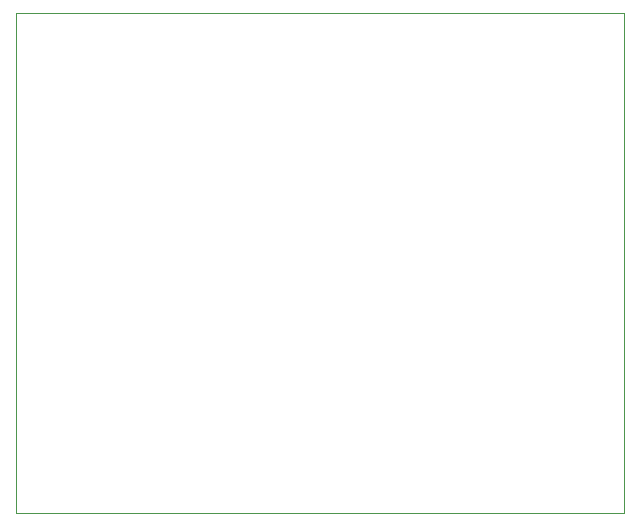
<source format=gbr>
%TF.GenerationSoftware,KiCad,Pcbnew,7.0.9*%
%TF.CreationDate,2024-06-08T14:41:26-04:00*%
%TF.ProjectId,IO,494f2e6b-6963-4616-945f-706362585858,rev?*%
%TF.SameCoordinates,Original*%
%TF.FileFunction,Profile,NP*%
%FSLAX46Y46*%
G04 Gerber Fmt 4.6, Leading zero omitted, Abs format (unit mm)*
G04 Created by KiCad (PCBNEW 7.0.9) date 2024-06-08 14:41:26*
%MOMM*%
%LPD*%
G01*
G04 APERTURE LIST*
%TA.AperFunction,Profile*%
%ADD10C,0.100000*%
%TD*%
G04 APERTURE END LIST*
D10*
X133600000Y-77500000D02*
X185125000Y-77500000D01*
X185125000Y-119800000D01*
X133600000Y-119800000D01*
X133600000Y-77500000D01*
X137499999Y-77499999D02*
X185125000Y-77500000D01*
M02*

</source>
